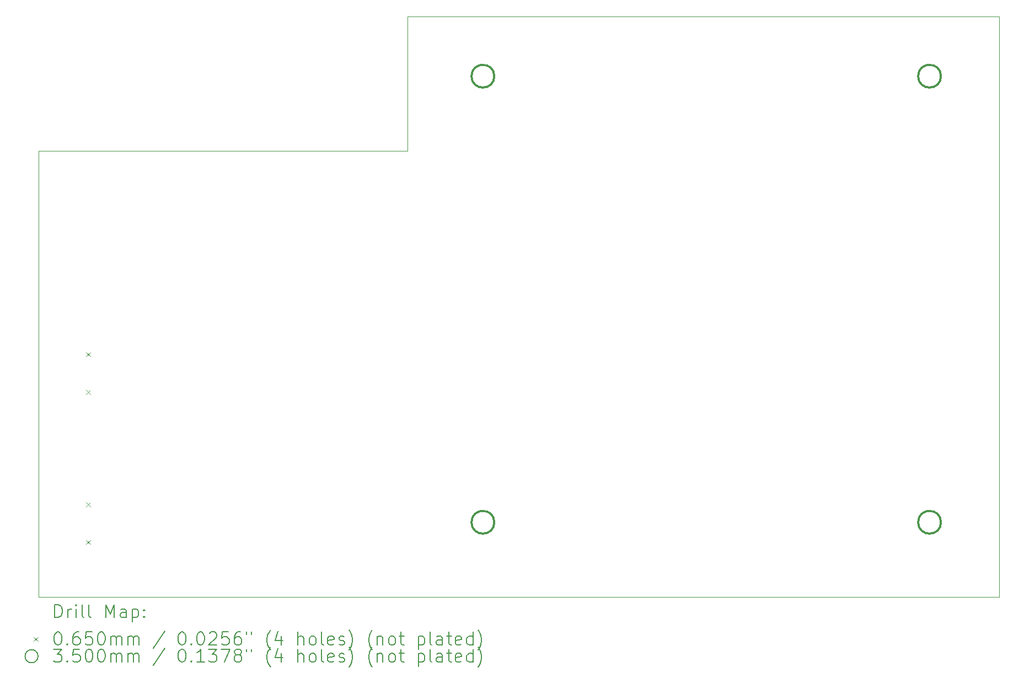
<source format=gbr>
%TF.GenerationSoftware,KiCad,Pcbnew,(6.0.7)*%
%TF.CreationDate,2023-08-05T00:11:20+07:00*%
%TF.ProjectId,ECELab_v1,4543454c-6162-45f7-9631-2e6b69636164,rev?*%
%TF.SameCoordinates,Original*%
%TF.FileFunction,Drillmap*%
%TF.FilePolarity,Positive*%
%FSLAX45Y45*%
G04 Gerber Fmt 4.5, Leading zero omitted, Abs format (unit mm)*
G04 Created by KiCad (PCBNEW (6.0.7)) date 2023-08-05 00:11:20*
%MOMM*%
%LPD*%
G01*
G04 APERTURE LIST*
%ADD10C,0.100000*%
%ADD11C,0.200000*%
%ADD12C,0.065000*%
%ADD13C,0.350000*%
G04 APERTURE END LIST*
D10*
X10393680Y-15212060D02*
X10393680Y-8356600D01*
X25146000Y-15212060D02*
X10393680Y-15212060D01*
X16057880Y-6283960D02*
X25146000Y-6283960D01*
X16057880Y-8356600D02*
X16057880Y-6283960D01*
X25146000Y-6283960D02*
X25146000Y-15212060D01*
X10393680Y-8356600D02*
X16057880Y-8356600D01*
D11*
D12*
X11125600Y-13758380D02*
X11190600Y-13823380D01*
X11190600Y-13758380D02*
X11125600Y-13823380D01*
X11125600Y-14336380D02*
X11190600Y-14401380D01*
X11190600Y-14336380D02*
X11125600Y-14401380D01*
X11129180Y-11448860D02*
X11194180Y-11513860D01*
X11194180Y-11448860D02*
X11129180Y-11513860D01*
X11129180Y-12026860D02*
X11194180Y-12091860D01*
X11194180Y-12026860D02*
X11129180Y-12091860D01*
D13*
X17393660Y-7203440D02*
G75*
G03*
X17393660Y-7203440I-175000J0D01*
G01*
X17393660Y-14061440D02*
G75*
G03*
X17393660Y-14061440I-175000J0D01*
G01*
X24251660Y-7203440D02*
G75*
G03*
X24251660Y-7203440I-175000J0D01*
G01*
X24251660Y-14061440D02*
G75*
G03*
X24251660Y-14061440I-175000J0D01*
G01*
D11*
X10646299Y-15527536D02*
X10646299Y-15327536D01*
X10693918Y-15327536D01*
X10722490Y-15337060D01*
X10741537Y-15356108D01*
X10751061Y-15375155D01*
X10760585Y-15413250D01*
X10760585Y-15441822D01*
X10751061Y-15479917D01*
X10741537Y-15498965D01*
X10722490Y-15518012D01*
X10693918Y-15527536D01*
X10646299Y-15527536D01*
X10846299Y-15527536D02*
X10846299Y-15394203D01*
X10846299Y-15432298D02*
X10855823Y-15413250D01*
X10865347Y-15403727D01*
X10884394Y-15394203D01*
X10903442Y-15394203D01*
X10970109Y-15527536D02*
X10970109Y-15394203D01*
X10970109Y-15327536D02*
X10960585Y-15337060D01*
X10970109Y-15346584D01*
X10979632Y-15337060D01*
X10970109Y-15327536D01*
X10970109Y-15346584D01*
X11093918Y-15527536D02*
X11074870Y-15518012D01*
X11065347Y-15498965D01*
X11065347Y-15327536D01*
X11198680Y-15527536D02*
X11179632Y-15518012D01*
X11170109Y-15498965D01*
X11170109Y-15327536D01*
X11427251Y-15527536D02*
X11427251Y-15327536D01*
X11493918Y-15470393D01*
X11560585Y-15327536D01*
X11560585Y-15527536D01*
X11741537Y-15527536D02*
X11741537Y-15422774D01*
X11732013Y-15403727D01*
X11712966Y-15394203D01*
X11674870Y-15394203D01*
X11655823Y-15403727D01*
X11741537Y-15518012D02*
X11722489Y-15527536D01*
X11674870Y-15527536D01*
X11655823Y-15518012D01*
X11646299Y-15498965D01*
X11646299Y-15479917D01*
X11655823Y-15460869D01*
X11674870Y-15451346D01*
X11722489Y-15451346D01*
X11741537Y-15441822D01*
X11836775Y-15394203D02*
X11836775Y-15594203D01*
X11836775Y-15403727D02*
X11855823Y-15394203D01*
X11893918Y-15394203D01*
X11912966Y-15403727D01*
X11922489Y-15413250D01*
X11932013Y-15432298D01*
X11932013Y-15489441D01*
X11922489Y-15508488D01*
X11912966Y-15518012D01*
X11893918Y-15527536D01*
X11855823Y-15527536D01*
X11836775Y-15518012D01*
X12017728Y-15508488D02*
X12027251Y-15518012D01*
X12017728Y-15527536D01*
X12008204Y-15518012D01*
X12017728Y-15508488D01*
X12017728Y-15527536D01*
X12017728Y-15403727D02*
X12027251Y-15413250D01*
X12017728Y-15422774D01*
X12008204Y-15413250D01*
X12017728Y-15403727D01*
X12017728Y-15422774D01*
D12*
X10323680Y-15824560D02*
X10388680Y-15889560D01*
X10388680Y-15824560D02*
X10323680Y-15889560D01*
D11*
X10684394Y-15747536D02*
X10703442Y-15747536D01*
X10722490Y-15757060D01*
X10732013Y-15766584D01*
X10741537Y-15785631D01*
X10751061Y-15823727D01*
X10751061Y-15871346D01*
X10741537Y-15909441D01*
X10732013Y-15928488D01*
X10722490Y-15938012D01*
X10703442Y-15947536D01*
X10684394Y-15947536D01*
X10665347Y-15938012D01*
X10655823Y-15928488D01*
X10646299Y-15909441D01*
X10636775Y-15871346D01*
X10636775Y-15823727D01*
X10646299Y-15785631D01*
X10655823Y-15766584D01*
X10665347Y-15757060D01*
X10684394Y-15747536D01*
X10836775Y-15928488D02*
X10846299Y-15938012D01*
X10836775Y-15947536D01*
X10827251Y-15938012D01*
X10836775Y-15928488D01*
X10836775Y-15947536D01*
X11017728Y-15747536D02*
X10979632Y-15747536D01*
X10960585Y-15757060D01*
X10951061Y-15766584D01*
X10932013Y-15795155D01*
X10922490Y-15833250D01*
X10922490Y-15909441D01*
X10932013Y-15928488D01*
X10941537Y-15938012D01*
X10960585Y-15947536D01*
X10998680Y-15947536D01*
X11017728Y-15938012D01*
X11027251Y-15928488D01*
X11036775Y-15909441D01*
X11036775Y-15861822D01*
X11027251Y-15842774D01*
X11017728Y-15833250D01*
X10998680Y-15823727D01*
X10960585Y-15823727D01*
X10941537Y-15833250D01*
X10932013Y-15842774D01*
X10922490Y-15861822D01*
X11217728Y-15747536D02*
X11122490Y-15747536D01*
X11112966Y-15842774D01*
X11122490Y-15833250D01*
X11141537Y-15823727D01*
X11189156Y-15823727D01*
X11208204Y-15833250D01*
X11217728Y-15842774D01*
X11227251Y-15861822D01*
X11227251Y-15909441D01*
X11217728Y-15928488D01*
X11208204Y-15938012D01*
X11189156Y-15947536D01*
X11141537Y-15947536D01*
X11122490Y-15938012D01*
X11112966Y-15928488D01*
X11351061Y-15747536D02*
X11370108Y-15747536D01*
X11389156Y-15757060D01*
X11398680Y-15766584D01*
X11408204Y-15785631D01*
X11417728Y-15823727D01*
X11417728Y-15871346D01*
X11408204Y-15909441D01*
X11398680Y-15928488D01*
X11389156Y-15938012D01*
X11370108Y-15947536D01*
X11351061Y-15947536D01*
X11332013Y-15938012D01*
X11322489Y-15928488D01*
X11312966Y-15909441D01*
X11303442Y-15871346D01*
X11303442Y-15823727D01*
X11312966Y-15785631D01*
X11322489Y-15766584D01*
X11332013Y-15757060D01*
X11351061Y-15747536D01*
X11503442Y-15947536D02*
X11503442Y-15814203D01*
X11503442Y-15833250D02*
X11512966Y-15823727D01*
X11532013Y-15814203D01*
X11560585Y-15814203D01*
X11579632Y-15823727D01*
X11589156Y-15842774D01*
X11589156Y-15947536D01*
X11589156Y-15842774D02*
X11598680Y-15823727D01*
X11617728Y-15814203D01*
X11646299Y-15814203D01*
X11665347Y-15823727D01*
X11674870Y-15842774D01*
X11674870Y-15947536D01*
X11770108Y-15947536D02*
X11770108Y-15814203D01*
X11770108Y-15833250D02*
X11779632Y-15823727D01*
X11798680Y-15814203D01*
X11827251Y-15814203D01*
X11846299Y-15823727D01*
X11855823Y-15842774D01*
X11855823Y-15947536D01*
X11855823Y-15842774D02*
X11865347Y-15823727D01*
X11884394Y-15814203D01*
X11912966Y-15814203D01*
X11932013Y-15823727D01*
X11941537Y-15842774D01*
X11941537Y-15947536D01*
X12332013Y-15738012D02*
X12160585Y-15995155D01*
X12589156Y-15747536D02*
X12608204Y-15747536D01*
X12627251Y-15757060D01*
X12636775Y-15766584D01*
X12646299Y-15785631D01*
X12655823Y-15823727D01*
X12655823Y-15871346D01*
X12646299Y-15909441D01*
X12636775Y-15928488D01*
X12627251Y-15938012D01*
X12608204Y-15947536D01*
X12589156Y-15947536D01*
X12570108Y-15938012D01*
X12560585Y-15928488D01*
X12551061Y-15909441D01*
X12541537Y-15871346D01*
X12541537Y-15823727D01*
X12551061Y-15785631D01*
X12560585Y-15766584D01*
X12570108Y-15757060D01*
X12589156Y-15747536D01*
X12741537Y-15928488D02*
X12751061Y-15938012D01*
X12741537Y-15947536D01*
X12732013Y-15938012D01*
X12741537Y-15928488D01*
X12741537Y-15947536D01*
X12874870Y-15747536D02*
X12893918Y-15747536D01*
X12912966Y-15757060D01*
X12922489Y-15766584D01*
X12932013Y-15785631D01*
X12941537Y-15823727D01*
X12941537Y-15871346D01*
X12932013Y-15909441D01*
X12922489Y-15928488D01*
X12912966Y-15938012D01*
X12893918Y-15947536D01*
X12874870Y-15947536D01*
X12855823Y-15938012D01*
X12846299Y-15928488D01*
X12836775Y-15909441D01*
X12827251Y-15871346D01*
X12827251Y-15823727D01*
X12836775Y-15785631D01*
X12846299Y-15766584D01*
X12855823Y-15757060D01*
X12874870Y-15747536D01*
X13017728Y-15766584D02*
X13027251Y-15757060D01*
X13046299Y-15747536D01*
X13093918Y-15747536D01*
X13112966Y-15757060D01*
X13122489Y-15766584D01*
X13132013Y-15785631D01*
X13132013Y-15804679D01*
X13122489Y-15833250D01*
X13008204Y-15947536D01*
X13132013Y-15947536D01*
X13312966Y-15747536D02*
X13217728Y-15747536D01*
X13208204Y-15842774D01*
X13217728Y-15833250D01*
X13236775Y-15823727D01*
X13284394Y-15823727D01*
X13303442Y-15833250D01*
X13312966Y-15842774D01*
X13322489Y-15861822D01*
X13322489Y-15909441D01*
X13312966Y-15928488D01*
X13303442Y-15938012D01*
X13284394Y-15947536D01*
X13236775Y-15947536D01*
X13217728Y-15938012D01*
X13208204Y-15928488D01*
X13493918Y-15747536D02*
X13455823Y-15747536D01*
X13436775Y-15757060D01*
X13427251Y-15766584D01*
X13408204Y-15795155D01*
X13398680Y-15833250D01*
X13398680Y-15909441D01*
X13408204Y-15928488D01*
X13417728Y-15938012D01*
X13436775Y-15947536D01*
X13474870Y-15947536D01*
X13493918Y-15938012D01*
X13503442Y-15928488D01*
X13512966Y-15909441D01*
X13512966Y-15861822D01*
X13503442Y-15842774D01*
X13493918Y-15833250D01*
X13474870Y-15823727D01*
X13436775Y-15823727D01*
X13417728Y-15833250D01*
X13408204Y-15842774D01*
X13398680Y-15861822D01*
X13589156Y-15747536D02*
X13589156Y-15785631D01*
X13665347Y-15747536D02*
X13665347Y-15785631D01*
X13960585Y-16023727D02*
X13951061Y-16014203D01*
X13932013Y-15985631D01*
X13922489Y-15966584D01*
X13912966Y-15938012D01*
X13903442Y-15890393D01*
X13903442Y-15852298D01*
X13912966Y-15804679D01*
X13922489Y-15776108D01*
X13932013Y-15757060D01*
X13951061Y-15728488D01*
X13960585Y-15718965D01*
X14122489Y-15814203D02*
X14122489Y-15947536D01*
X14074870Y-15738012D02*
X14027251Y-15880869D01*
X14151061Y-15880869D01*
X14379632Y-15947536D02*
X14379632Y-15747536D01*
X14465347Y-15947536D02*
X14465347Y-15842774D01*
X14455823Y-15823727D01*
X14436775Y-15814203D01*
X14408204Y-15814203D01*
X14389156Y-15823727D01*
X14379632Y-15833250D01*
X14589156Y-15947536D02*
X14570108Y-15938012D01*
X14560585Y-15928488D01*
X14551061Y-15909441D01*
X14551061Y-15852298D01*
X14560585Y-15833250D01*
X14570108Y-15823727D01*
X14589156Y-15814203D01*
X14617728Y-15814203D01*
X14636775Y-15823727D01*
X14646299Y-15833250D01*
X14655823Y-15852298D01*
X14655823Y-15909441D01*
X14646299Y-15928488D01*
X14636775Y-15938012D01*
X14617728Y-15947536D01*
X14589156Y-15947536D01*
X14770108Y-15947536D02*
X14751061Y-15938012D01*
X14741537Y-15918965D01*
X14741537Y-15747536D01*
X14922489Y-15938012D02*
X14903442Y-15947536D01*
X14865347Y-15947536D01*
X14846299Y-15938012D01*
X14836775Y-15918965D01*
X14836775Y-15842774D01*
X14846299Y-15823727D01*
X14865347Y-15814203D01*
X14903442Y-15814203D01*
X14922489Y-15823727D01*
X14932013Y-15842774D01*
X14932013Y-15861822D01*
X14836775Y-15880869D01*
X15008204Y-15938012D02*
X15027251Y-15947536D01*
X15065347Y-15947536D01*
X15084394Y-15938012D01*
X15093918Y-15918965D01*
X15093918Y-15909441D01*
X15084394Y-15890393D01*
X15065347Y-15880869D01*
X15036775Y-15880869D01*
X15017728Y-15871346D01*
X15008204Y-15852298D01*
X15008204Y-15842774D01*
X15017728Y-15823727D01*
X15036775Y-15814203D01*
X15065347Y-15814203D01*
X15084394Y-15823727D01*
X15160585Y-16023727D02*
X15170108Y-16014203D01*
X15189156Y-15985631D01*
X15198680Y-15966584D01*
X15208204Y-15938012D01*
X15217728Y-15890393D01*
X15217728Y-15852298D01*
X15208204Y-15804679D01*
X15198680Y-15776108D01*
X15189156Y-15757060D01*
X15170108Y-15728488D01*
X15160585Y-15718965D01*
X15522489Y-16023727D02*
X15512966Y-16014203D01*
X15493918Y-15985631D01*
X15484394Y-15966584D01*
X15474870Y-15938012D01*
X15465347Y-15890393D01*
X15465347Y-15852298D01*
X15474870Y-15804679D01*
X15484394Y-15776108D01*
X15493918Y-15757060D01*
X15512966Y-15728488D01*
X15522489Y-15718965D01*
X15598680Y-15814203D02*
X15598680Y-15947536D01*
X15598680Y-15833250D02*
X15608204Y-15823727D01*
X15627251Y-15814203D01*
X15655823Y-15814203D01*
X15674870Y-15823727D01*
X15684394Y-15842774D01*
X15684394Y-15947536D01*
X15808204Y-15947536D02*
X15789156Y-15938012D01*
X15779632Y-15928488D01*
X15770108Y-15909441D01*
X15770108Y-15852298D01*
X15779632Y-15833250D01*
X15789156Y-15823727D01*
X15808204Y-15814203D01*
X15836775Y-15814203D01*
X15855823Y-15823727D01*
X15865347Y-15833250D01*
X15874870Y-15852298D01*
X15874870Y-15909441D01*
X15865347Y-15928488D01*
X15855823Y-15938012D01*
X15836775Y-15947536D01*
X15808204Y-15947536D01*
X15932013Y-15814203D02*
X16008204Y-15814203D01*
X15960585Y-15747536D02*
X15960585Y-15918965D01*
X15970108Y-15938012D01*
X15989156Y-15947536D01*
X16008204Y-15947536D01*
X16227251Y-15814203D02*
X16227251Y-16014203D01*
X16227251Y-15823727D02*
X16246299Y-15814203D01*
X16284394Y-15814203D01*
X16303442Y-15823727D01*
X16312966Y-15833250D01*
X16322489Y-15852298D01*
X16322489Y-15909441D01*
X16312966Y-15928488D01*
X16303442Y-15938012D01*
X16284394Y-15947536D01*
X16246299Y-15947536D01*
X16227251Y-15938012D01*
X16436775Y-15947536D02*
X16417728Y-15938012D01*
X16408204Y-15918965D01*
X16408204Y-15747536D01*
X16598680Y-15947536D02*
X16598680Y-15842774D01*
X16589156Y-15823727D01*
X16570108Y-15814203D01*
X16532013Y-15814203D01*
X16512966Y-15823727D01*
X16598680Y-15938012D02*
X16579632Y-15947536D01*
X16532013Y-15947536D01*
X16512966Y-15938012D01*
X16503442Y-15918965D01*
X16503442Y-15899917D01*
X16512966Y-15880869D01*
X16532013Y-15871346D01*
X16579632Y-15871346D01*
X16598680Y-15861822D01*
X16665347Y-15814203D02*
X16741537Y-15814203D01*
X16693918Y-15747536D02*
X16693918Y-15918965D01*
X16703442Y-15938012D01*
X16722489Y-15947536D01*
X16741537Y-15947536D01*
X16884394Y-15938012D02*
X16865347Y-15947536D01*
X16827251Y-15947536D01*
X16808204Y-15938012D01*
X16798680Y-15918965D01*
X16798680Y-15842774D01*
X16808204Y-15823727D01*
X16827251Y-15814203D01*
X16865347Y-15814203D01*
X16884394Y-15823727D01*
X16893918Y-15842774D01*
X16893918Y-15861822D01*
X16798680Y-15880869D01*
X17065347Y-15947536D02*
X17065347Y-15747536D01*
X17065347Y-15938012D02*
X17046299Y-15947536D01*
X17008204Y-15947536D01*
X16989156Y-15938012D01*
X16979632Y-15928488D01*
X16970109Y-15909441D01*
X16970109Y-15852298D01*
X16979632Y-15833250D01*
X16989156Y-15823727D01*
X17008204Y-15814203D01*
X17046299Y-15814203D01*
X17065347Y-15823727D01*
X17141537Y-16023727D02*
X17151061Y-16014203D01*
X17170109Y-15985631D01*
X17179632Y-15966584D01*
X17189156Y-15938012D01*
X17198680Y-15890393D01*
X17198680Y-15852298D01*
X17189156Y-15804679D01*
X17179632Y-15776108D01*
X17170109Y-15757060D01*
X17151061Y-15728488D01*
X17141537Y-15718965D01*
X10388680Y-16121060D02*
G75*
G03*
X10388680Y-16121060I-100000J0D01*
G01*
X10627251Y-16011536D02*
X10751061Y-16011536D01*
X10684394Y-16087727D01*
X10712966Y-16087727D01*
X10732013Y-16097250D01*
X10741537Y-16106774D01*
X10751061Y-16125822D01*
X10751061Y-16173441D01*
X10741537Y-16192488D01*
X10732013Y-16202012D01*
X10712966Y-16211536D01*
X10655823Y-16211536D01*
X10636775Y-16202012D01*
X10627251Y-16192488D01*
X10836775Y-16192488D02*
X10846299Y-16202012D01*
X10836775Y-16211536D01*
X10827251Y-16202012D01*
X10836775Y-16192488D01*
X10836775Y-16211536D01*
X11027251Y-16011536D02*
X10932013Y-16011536D01*
X10922490Y-16106774D01*
X10932013Y-16097250D01*
X10951061Y-16087727D01*
X10998680Y-16087727D01*
X11017728Y-16097250D01*
X11027251Y-16106774D01*
X11036775Y-16125822D01*
X11036775Y-16173441D01*
X11027251Y-16192488D01*
X11017728Y-16202012D01*
X10998680Y-16211536D01*
X10951061Y-16211536D01*
X10932013Y-16202012D01*
X10922490Y-16192488D01*
X11160585Y-16011536D02*
X11179632Y-16011536D01*
X11198680Y-16021060D01*
X11208204Y-16030584D01*
X11217728Y-16049631D01*
X11227251Y-16087727D01*
X11227251Y-16135346D01*
X11217728Y-16173441D01*
X11208204Y-16192488D01*
X11198680Y-16202012D01*
X11179632Y-16211536D01*
X11160585Y-16211536D01*
X11141537Y-16202012D01*
X11132013Y-16192488D01*
X11122490Y-16173441D01*
X11112966Y-16135346D01*
X11112966Y-16087727D01*
X11122490Y-16049631D01*
X11132013Y-16030584D01*
X11141537Y-16021060D01*
X11160585Y-16011536D01*
X11351061Y-16011536D02*
X11370108Y-16011536D01*
X11389156Y-16021060D01*
X11398680Y-16030584D01*
X11408204Y-16049631D01*
X11417728Y-16087727D01*
X11417728Y-16135346D01*
X11408204Y-16173441D01*
X11398680Y-16192488D01*
X11389156Y-16202012D01*
X11370108Y-16211536D01*
X11351061Y-16211536D01*
X11332013Y-16202012D01*
X11322489Y-16192488D01*
X11312966Y-16173441D01*
X11303442Y-16135346D01*
X11303442Y-16087727D01*
X11312966Y-16049631D01*
X11322489Y-16030584D01*
X11332013Y-16021060D01*
X11351061Y-16011536D01*
X11503442Y-16211536D02*
X11503442Y-16078203D01*
X11503442Y-16097250D02*
X11512966Y-16087727D01*
X11532013Y-16078203D01*
X11560585Y-16078203D01*
X11579632Y-16087727D01*
X11589156Y-16106774D01*
X11589156Y-16211536D01*
X11589156Y-16106774D02*
X11598680Y-16087727D01*
X11617728Y-16078203D01*
X11646299Y-16078203D01*
X11665347Y-16087727D01*
X11674870Y-16106774D01*
X11674870Y-16211536D01*
X11770108Y-16211536D02*
X11770108Y-16078203D01*
X11770108Y-16097250D02*
X11779632Y-16087727D01*
X11798680Y-16078203D01*
X11827251Y-16078203D01*
X11846299Y-16087727D01*
X11855823Y-16106774D01*
X11855823Y-16211536D01*
X11855823Y-16106774D02*
X11865347Y-16087727D01*
X11884394Y-16078203D01*
X11912966Y-16078203D01*
X11932013Y-16087727D01*
X11941537Y-16106774D01*
X11941537Y-16211536D01*
X12332013Y-16002012D02*
X12160585Y-16259155D01*
X12589156Y-16011536D02*
X12608204Y-16011536D01*
X12627251Y-16021060D01*
X12636775Y-16030584D01*
X12646299Y-16049631D01*
X12655823Y-16087727D01*
X12655823Y-16135346D01*
X12646299Y-16173441D01*
X12636775Y-16192488D01*
X12627251Y-16202012D01*
X12608204Y-16211536D01*
X12589156Y-16211536D01*
X12570108Y-16202012D01*
X12560585Y-16192488D01*
X12551061Y-16173441D01*
X12541537Y-16135346D01*
X12541537Y-16087727D01*
X12551061Y-16049631D01*
X12560585Y-16030584D01*
X12570108Y-16021060D01*
X12589156Y-16011536D01*
X12741537Y-16192488D02*
X12751061Y-16202012D01*
X12741537Y-16211536D01*
X12732013Y-16202012D01*
X12741537Y-16192488D01*
X12741537Y-16211536D01*
X12941537Y-16211536D02*
X12827251Y-16211536D01*
X12884394Y-16211536D02*
X12884394Y-16011536D01*
X12865347Y-16040108D01*
X12846299Y-16059155D01*
X12827251Y-16068679D01*
X13008204Y-16011536D02*
X13132013Y-16011536D01*
X13065347Y-16087727D01*
X13093918Y-16087727D01*
X13112966Y-16097250D01*
X13122489Y-16106774D01*
X13132013Y-16125822D01*
X13132013Y-16173441D01*
X13122489Y-16192488D01*
X13112966Y-16202012D01*
X13093918Y-16211536D01*
X13036775Y-16211536D01*
X13017728Y-16202012D01*
X13008204Y-16192488D01*
X13198680Y-16011536D02*
X13332013Y-16011536D01*
X13246299Y-16211536D01*
X13436775Y-16097250D02*
X13417728Y-16087727D01*
X13408204Y-16078203D01*
X13398680Y-16059155D01*
X13398680Y-16049631D01*
X13408204Y-16030584D01*
X13417728Y-16021060D01*
X13436775Y-16011536D01*
X13474870Y-16011536D01*
X13493918Y-16021060D01*
X13503442Y-16030584D01*
X13512966Y-16049631D01*
X13512966Y-16059155D01*
X13503442Y-16078203D01*
X13493918Y-16087727D01*
X13474870Y-16097250D01*
X13436775Y-16097250D01*
X13417728Y-16106774D01*
X13408204Y-16116298D01*
X13398680Y-16135346D01*
X13398680Y-16173441D01*
X13408204Y-16192488D01*
X13417728Y-16202012D01*
X13436775Y-16211536D01*
X13474870Y-16211536D01*
X13493918Y-16202012D01*
X13503442Y-16192488D01*
X13512966Y-16173441D01*
X13512966Y-16135346D01*
X13503442Y-16116298D01*
X13493918Y-16106774D01*
X13474870Y-16097250D01*
X13589156Y-16011536D02*
X13589156Y-16049631D01*
X13665347Y-16011536D02*
X13665347Y-16049631D01*
X13960585Y-16287727D02*
X13951061Y-16278203D01*
X13932013Y-16249631D01*
X13922489Y-16230584D01*
X13912966Y-16202012D01*
X13903442Y-16154393D01*
X13903442Y-16116298D01*
X13912966Y-16068679D01*
X13922489Y-16040108D01*
X13932013Y-16021060D01*
X13951061Y-15992488D01*
X13960585Y-15982965D01*
X14122489Y-16078203D02*
X14122489Y-16211536D01*
X14074870Y-16002012D02*
X14027251Y-16144869D01*
X14151061Y-16144869D01*
X14379632Y-16211536D02*
X14379632Y-16011536D01*
X14465347Y-16211536D02*
X14465347Y-16106774D01*
X14455823Y-16087727D01*
X14436775Y-16078203D01*
X14408204Y-16078203D01*
X14389156Y-16087727D01*
X14379632Y-16097250D01*
X14589156Y-16211536D02*
X14570108Y-16202012D01*
X14560585Y-16192488D01*
X14551061Y-16173441D01*
X14551061Y-16116298D01*
X14560585Y-16097250D01*
X14570108Y-16087727D01*
X14589156Y-16078203D01*
X14617728Y-16078203D01*
X14636775Y-16087727D01*
X14646299Y-16097250D01*
X14655823Y-16116298D01*
X14655823Y-16173441D01*
X14646299Y-16192488D01*
X14636775Y-16202012D01*
X14617728Y-16211536D01*
X14589156Y-16211536D01*
X14770108Y-16211536D02*
X14751061Y-16202012D01*
X14741537Y-16182965D01*
X14741537Y-16011536D01*
X14922489Y-16202012D02*
X14903442Y-16211536D01*
X14865347Y-16211536D01*
X14846299Y-16202012D01*
X14836775Y-16182965D01*
X14836775Y-16106774D01*
X14846299Y-16087727D01*
X14865347Y-16078203D01*
X14903442Y-16078203D01*
X14922489Y-16087727D01*
X14932013Y-16106774D01*
X14932013Y-16125822D01*
X14836775Y-16144869D01*
X15008204Y-16202012D02*
X15027251Y-16211536D01*
X15065347Y-16211536D01*
X15084394Y-16202012D01*
X15093918Y-16182965D01*
X15093918Y-16173441D01*
X15084394Y-16154393D01*
X15065347Y-16144869D01*
X15036775Y-16144869D01*
X15017728Y-16135346D01*
X15008204Y-16116298D01*
X15008204Y-16106774D01*
X15017728Y-16087727D01*
X15036775Y-16078203D01*
X15065347Y-16078203D01*
X15084394Y-16087727D01*
X15160585Y-16287727D02*
X15170108Y-16278203D01*
X15189156Y-16249631D01*
X15198680Y-16230584D01*
X15208204Y-16202012D01*
X15217728Y-16154393D01*
X15217728Y-16116298D01*
X15208204Y-16068679D01*
X15198680Y-16040108D01*
X15189156Y-16021060D01*
X15170108Y-15992488D01*
X15160585Y-15982965D01*
X15522489Y-16287727D02*
X15512966Y-16278203D01*
X15493918Y-16249631D01*
X15484394Y-16230584D01*
X15474870Y-16202012D01*
X15465347Y-16154393D01*
X15465347Y-16116298D01*
X15474870Y-16068679D01*
X15484394Y-16040108D01*
X15493918Y-16021060D01*
X15512966Y-15992488D01*
X15522489Y-15982965D01*
X15598680Y-16078203D02*
X15598680Y-16211536D01*
X15598680Y-16097250D02*
X15608204Y-16087727D01*
X15627251Y-16078203D01*
X15655823Y-16078203D01*
X15674870Y-16087727D01*
X15684394Y-16106774D01*
X15684394Y-16211536D01*
X15808204Y-16211536D02*
X15789156Y-16202012D01*
X15779632Y-16192488D01*
X15770108Y-16173441D01*
X15770108Y-16116298D01*
X15779632Y-16097250D01*
X15789156Y-16087727D01*
X15808204Y-16078203D01*
X15836775Y-16078203D01*
X15855823Y-16087727D01*
X15865347Y-16097250D01*
X15874870Y-16116298D01*
X15874870Y-16173441D01*
X15865347Y-16192488D01*
X15855823Y-16202012D01*
X15836775Y-16211536D01*
X15808204Y-16211536D01*
X15932013Y-16078203D02*
X16008204Y-16078203D01*
X15960585Y-16011536D02*
X15960585Y-16182965D01*
X15970108Y-16202012D01*
X15989156Y-16211536D01*
X16008204Y-16211536D01*
X16227251Y-16078203D02*
X16227251Y-16278203D01*
X16227251Y-16087727D02*
X16246299Y-16078203D01*
X16284394Y-16078203D01*
X16303442Y-16087727D01*
X16312966Y-16097250D01*
X16322489Y-16116298D01*
X16322489Y-16173441D01*
X16312966Y-16192488D01*
X16303442Y-16202012D01*
X16284394Y-16211536D01*
X16246299Y-16211536D01*
X16227251Y-16202012D01*
X16436775Y-16211536D02*
X16417728Y-16202012D01*
X16408204Y-16182965D01*
X16408204Y-16011536D01*
X16598680Y-16211536D02*
X16598680Y-16106774D01*
X16589156Y-16087727D01*
X16570108Y-16078203D01*
X16532013Y-16078203D01*
X16512966Y-16087727D01*
X16598680Y-16202012D02*
X16579632Y-16211536D01*
X16532013Y-16211536D01*
X16512966Y-16202012D01*
X16503442Y-16182965D01*
X16503442Y-16163917D01*
X16512966Y-16144869D01*
X16532013Y-16135346D01*
X16579632Y-16135346D01*
X16598680Y-16125822D01*
X16665347Y-16078203D02*
X16741537Y-16078203D01*
X16693918Y-16011536D02*
X16693918Y-16182965D01*
X16703442Y-16202012D01*
X16722489Y-16211536D01*
X16741537Y-16211536D01*
X16884394Y-16202012D02*
X16865347Y-16211536D01*
X16827251Y-16211536D01*
X16808204Y-16202012D01*
X16798680Y-16182965D01*
X16798680Y-16106774D01*
X16808204Y-16087727D01*
X16827251Y-16078203D01*
X16865347Y-16078203D01*
X16884394Y-16087727D01*
X16893918Y-16106774D01*
X16893918Y-16125822D01*
X16798680Y-16144869D01*
X17065347Y-16211536D02*
X17065347Y-16011536D01*
X17065347Y-16202012D02*
X17046299Y-16211536D01*
X17008204Y-16211536D01*
X16989156Y-16202012D01*
X16979632Y-16192488D01*
X16970109Y-16173441D01*
X16970109Y-16116298D01*
X16979632Y-16097250D01*
X16989156Y-16087727D01*
X17008204Y-16078203D01*
X17046299Y-16078203D01*
X17065347Y-16087727D01*
X17141537Y-16287727D02*
X17151061Y-16278203D01*
X17170109Y-16249631D01*
X17179632Y-16230584D01*
X17189156Y-16202012D01*
X17198680Y-16154393D01*
X17198680Y-16116298D01*
X17189156Y-16068679D01*
X17179632Y-16040108D01*
X17170109Y-16021060D01*
X17151061Y-15992488D01*
X17141537Y-15982965D01*
M02*

</source>
